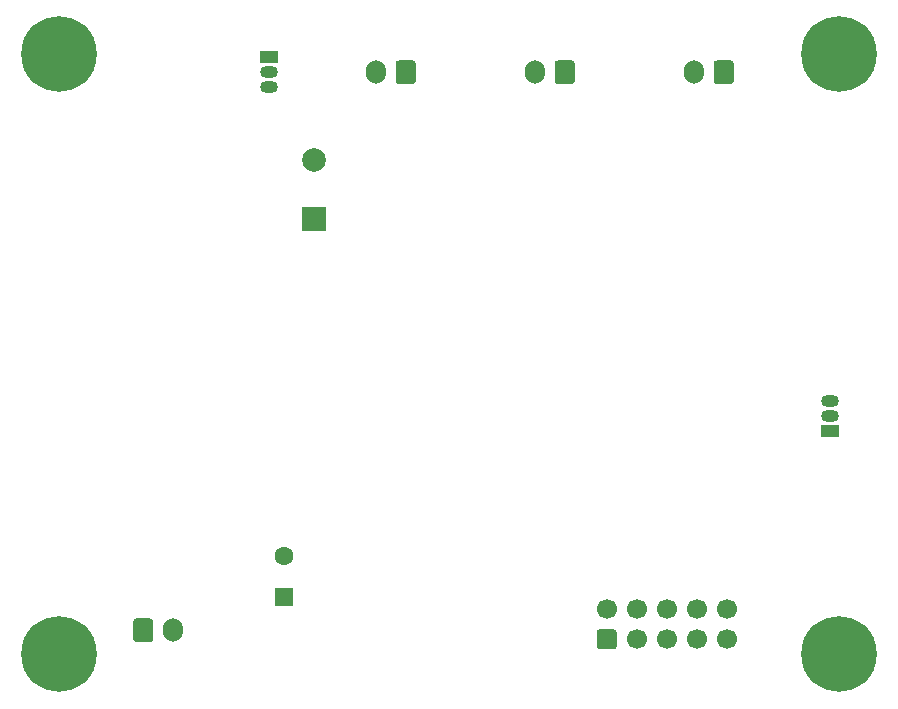
<source format=gbr>
%TF.GenerationSoftware,KiCad,Pcbnew,(5.1.6)-1*%
%TF.CreationDate,2020-11-03T02:47:29-08:00*%
%TF.ProjectId,Power Board V2,506f7765-7220-4426-9f61-72642056322e,rev?*%
%TF.SameCoordinates,Original*%
%TF.FileFunction,Soldermask,Bot*%
%TF.FilePolarity,Negative*%
%FSLAX46Y46*%
G04 Gerber Fmt 4.6, Leading zero omitted, Abs format (unit mm)*
G04 Created by KiCad (PCBNEW (5.1.6)-1) date 2020-11-03 02:47:29*
%MOMM*%
%LPD*%
G01*
G04 APERTURE LIST*
%ADD10R,1.500000X1.050000*%
%ADD11O,1.500000X1.050000*%
%ADD12R,2.000000X2.000000*%
%ADD13C,2.000000*%
%ADD14O,1.700000X2.000000*%
%ADD15C,0.800000*%
%ADD16C,6.400000*%
%ADD17R,1.600000X1.600000*%
%ADD18C,1.600000*%
%ADD19C,1.700000*%
G04 APERTURE END LIST*
D10*
%TO.C,Q1*%
X124460000Y-78994000D03*
D11*
X124460000Y-81534000D03*
X124460000Y-80264000D03*
%TD*%
D12*
%TO.C,C23*%
X128270000Y-92710000D03*
D13*
X128270000Y-87710000D03*
%TD*%
D11*
%TO.C,Q3*%
X171958000Y-109347000D03*
X171958000Y-108077000D03*
D10*
X171958000Y-110617000D03*
%TD*%
%TO.C,J1*%
G36*
G01*
X112942000Y-128258000D02*
X112942000Y-126758000D01*
G75*
G02*
X113192000Y-126508000I250000J0D01*
G01*
X114392000Y-126508000D01*
G75*
G02*
X114642000Y-126758000I0J-250000D01*
G01*
X114642000Y-128258000D01*
G75*
G02*
X114392000Y-128508000I-250000J0D01*
G01*
X113192000Y-128508000D01*
G75*
G02*
X112942000Y-128258000I0J250000D01*
G01*
G37*
D14*
X116292000Y-127508000D03*
%TD*%
%TO.C,J3*%
G36*
G01*
X136867000Y-79514000D02*
X136867000Y-81014000D01*
G75*
G02*
X136617000Y-81264000I-250000J0D01*
G01*
X135417000Y-81264000D01*
G75*
G02*
X135167000Y-81014000I0J250000D01*
G01*
X135167000Y-79514000D01*
G75*
G02*
X135417000Y-79264000I250000J0D01*
G01*
X136617000Y-79264000D01*
G75*
G02*
X136867000Y-79514000I0J-250000D01*
G01*
G37*
X133517000Y-80264000D03*
%TD*%
%TO.C,J4*%
X146979000Y-80264000D03*
G36*
G01*
X150329000Y-79514000D02*
X150329000Y-81014000D01*
G75*
G02*
X150079000Y-81264000I-250000J0D01*
G01*
X148879000Y-81264000D01*
G75*
G02*
X148629000Y-81014000I0J250000D01*
G01*
X148629000Y-79514000D01*
G75*
G02*
X148879000Y-79264000I250000J0D01*
G01*
X150079000Y-79264000D01*
G75*
G02*
X150329000Y-79514000I0J-250000D01*
G01*
G37*
%TD*%
%TO.C,J2*%
G36*
G01*
X163791000Y-79514000D02*
X163791000Y-81014000D01*
G75*
G02*
X163541000Y-81264000I-250000J0D01*
G01*
X162341000Y-81264000D01*
G75*
G02*
X162091000Y-81014000I0J250000D01*
G01*
X162091000Y-79514000D01*
G75*
G02*
X162341000Y-79264000I250000J0D01*
G01*
X163541000Y-79264000D01*
G75*
G02*
X163791000Y-79514000I0J-250000D01*
G01*
G37*
X160441000Y-80264000D03*
%TD*%
D15*
%TO.C,H1*%
X108377056Y-77042944D03*
X106680000Y-76340000D03*
X104982944Y-77042944D03*
X104280000Y-78740000D03*
X104982944Y-80437056D03*
X106680000Y-81140000D03*
X108377056Y-80437056D03*
X109080000Y-78740000D03*
D16*
X106680000Y-78740000D03*
%TD*%
%TO.C,H2*%
X172720000Y-129540000D03*
D15*
X175120000Y-129540000D03*
X174417056Y-131237056D03*
X172720000Y-131940000D03*
X171022944Y-131237056D03*
X170320000Y-129540000D03*
X171022944Y-127842944D03*
X172720000Y-127140000D03*
X174417056Y-127842944D03*
%TD*%
%TO.C,H3*%
X174417056Y-77042944D03*
X172720000Y-76340000D03*
X171022944Y-77042944D03*
X170320000Y-78740000D03*
X171022944Y-80437056D03*
X172720000Y-81140000D03*
X174417056Y-80437056D03*
X175120000Y-78740000D03*
D16*
X172720000Y-78740000D03*
%TD*%
%TO.C,H4*%
X106680000Y-129540000D03*
D15*
X109080000Y-129540000D03*
X108377056Y-131237056D03*
X106680000Y-131940000D03*
X104982944Y-131237056D03*
X104280000Y-129540000D03*
X104982944Y-127842944D03*
X106680000Y-127140000D03*
X108377056Y-127842944D03*
%TD*%
D17*
%TO.C,C1*%
X125730000Y-124714000D03*
D18*
X125730000Y-121214000D03*
%TD*%
%TO.C,J5*%
G36*
G01*
X153635000Y-129120000D02*
X152435000Y-129120000D01*
G75*
G02*
X152185000Y-128870000I0J250000D01*
G01*
X152185000Y-127670000D01*
G75*
G02*
X152435000Y-127420000I250000J0D01*
G01*
X153635000Y-127420000D01*
G75*
G02*
X153885000Y-127670000I0J-250000D01*
G01*
X153885000Y-128870000D01*
G75*
G02*
X153635000Y-129120000I-250000J0D01*
G01*
G37*
D19*
X155575000Y-128270000D03*
X158115000Y-128270000D03*
X160655000Y-128270000D03*
X163195000Y-128270000D03*
X153035000Y-125730000D03*
X155575000Y-125730000D03*
X158115000Y-125730000D03*
X160655000Y-125730000D03*
X163195000Y-125730000D03*
%TD*%
M02*

</source>
